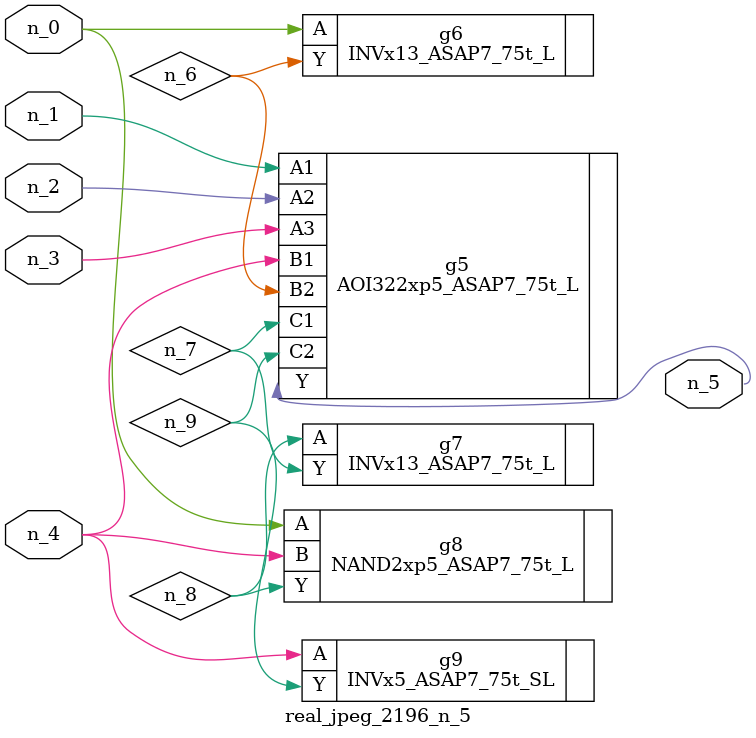
<source format=v>
module real_jpeg_2196_n_5 (n_4, n_0, n_1, n_2, n_3, n_5);

input n_4;
input n_0;
input n_1;
input n_2;
input n_3;

output n_5;

wire n_8;
wire n_6;
wire n_7;
wire n_9;

INVx13_ASAP7_75t_L g6 ( 
.A(n_0),
.Y(n_6)
);

NAND2xp5_ASAP7_75t_L g8 ( 
.A(n_0),
.B(n_4),
.Y(n_8)
);

AOI322xp5_ASAP7_75t_L g5 ( 
.A1(n_1),
.A2(n_2),
.A3(n_3),
.B1(n_4),
.B2(n_6),
.C1(n_7),
.C2(n_9),
.Y(n_5)
);

INVx5_ASAP7_75t_SL g9 ( 
.A(n_4),
.Y(n_9)
);

INVx13_ASAP7_75t_L g7 ( 
.A(n_8),
.Y(n_7)
);


endmodule
</source>
